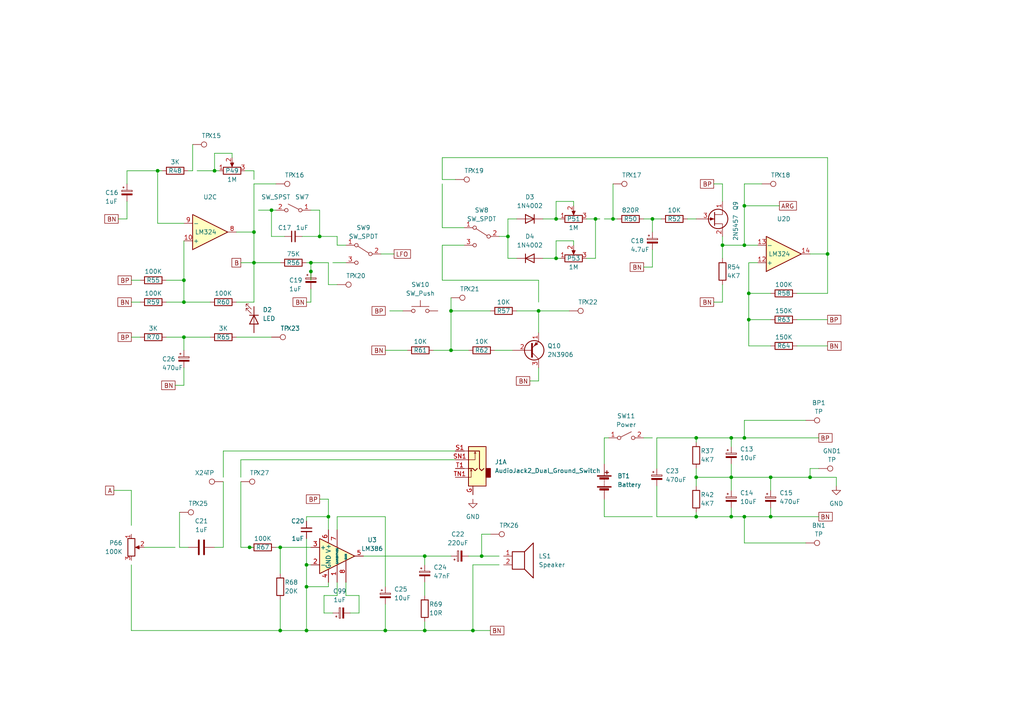
<source format=kicad_sch>
(kicad_sch (version 20211123) (generator eeschema)
  (paper "A4")
  (lib_symbols
    (symbol "Amplifier_Audio:LM386" (pin_names (offset 0.127))
      (property "Reference" "U" (at 1.27 7.62 0))
      (property "Value" "LM386" (at 1.27 5.08 0))
      (symbol "LM386_0_1"
        (polyline (pts (xy 5.08 0) (xy -5.08 5.08) (xy -5.08 -5.08) (xy 5.08 0)) (stroke (width 0.254)) (fill (type background)))
      )
      (symbol "LM386_1_1"
        (pin input line (at 0 -7.62 90) (length 5.08) (name "GAIN") (number "1"))
        (pin input line (at -7.62 -2.54 0) (length 2.54) (name "-") (number "2"))
        (pin input line (at -7.62 2.54 0) (length 2.54) (name "+") (number "3"))
        (pin power_in line (at -2.54 -7.62 90) (length 3.81) (name "GND") (number "4"))
        (pin output line (at 7.62 0 180) (length 2.54) (name "~") (number "5"))
        (pin power_in line (at -2.54 7.62 270) (length 3.81) (name "V+") (number "6"))
        (pin input line (at 0 7.62 270) (length 5.08) (name "BYPASS") (number "7"))
        (pin input line (at 2.54 -7.62 90) (length 6.35) (name "GAIN") (number "8"))
      )
    )
    (symbol "Amplifier_Operational:LM324" (pin_names (offset 0.127))
      (property "Reference" "U" (at 0 5.08 0))
      (property "Value" "LM324" (at 0 -5.08 0))
      (symbol "LM324_1_1"
        (polyline (pts (xy -5.08 5.08) (xy 5.08 0) (xy -5.08 -5.08) (xy -5.08 5.08)) (stroke (width 0.254)) (fill (type background)))
        (pin output line (at 7.62 0 180) (length 2.54) (name "~") (number "1"))
        (pin input line (at -7.62 -2.54 0) (length 2.54) (name "-") (number "2"))
        (pin input line (at -7.62 2.54 0) (length 2.54) (name "+") (number "3"))
      )
      (symbol "LM324_2_1"
        (polyline (pts (xy -5.08 5.08) (xy 5.08 0) (xy -5.08 -5.08) (xy -5.08 5.08)) (stroke (width 0.254)) (fill (type background)))
        (pin input line (at -7.62 2.54 0) (length 2.54) (name "+") (number "5"))
        (pin input line (at -7.62 -2.54 0) (length 2.54) (name "-") (number "6"))
        (pin output line (at 7.62 0 180) (length 2.54) (name "~") (number "7"))
      )
      (symbol "LM324_3_1"
        (polyline (pts (xy -5.08 5.08) (xy 5.08 0) (xy -5.08 -5.08) (xy -5.08 5.08)) (stroke (width 0.254)) (fill (type background)))
        (pin input line (at -7.62 2.54 0) (length 2.54) (name "+") (number "10"))
        (pin output line (at 7.62 0 180) (length 2.54) (name "~") (number "8"))
        (pin input line (at -7.62 -2.54 0) (length 2.54) (name "-") (number "9"))
      )
      (symbol "LM324_4_1"
        (polyline (pts (xy -5.08 5.08) (xy 5.08 0) (xy -5.08 -5.08) (xy -5.08 5.08)) (stroke (width 0.254)) (fill (type background)))
        (pin input line (at -7.62 2.54 0) (length 2.54) (name "+") (number "12"))
        (pin input line (at -7.62 -2.54 0) (length 2.54) (name "-") (number "13"))
        (pin output line (at 7.62 0 180) (length 2.54) (name "~") (number "14"))
      )
      (symbol "LM324_5_1"
        (pin power_in line (at -2.54 -7.62 90) (length 3.81) (name "V-") (number "11"))
        (pin power_in line (at -2.54 7.62 270) (length 3.81) (name "V+") (number "4"))
      )
    )
    (symbol "Connector:AudioJack2_Dual_Ground_Switch"
      (property "Reference" "J" (at 0 11.43 0))
      (property "Value" "AudioJack2_Dual_Ground_Switch" (at 0 8.89 0))
      (symbol "AudioJack2_Dual_Ground_Switch_0_1"
        (rectangle (start -5.08 0) (end -3.81 -2.54) (stroke (width 0.254)) (fill (type outline)))
        (polyline (pts (xy -0.635 4.826) (xy -0.381 4.318)))
        (polyline (pts (xy 0.508 -0.254) (xy 0.762 -0.762)))
        (polyline (pts (xy 1.27 -2.54) (xy 2.54 -2.54)))
        (polyline (pts (xy 1.27 2.54) (xy 2.54 2.54)))
        (polyline (pts (xy 2.54 0) (xy 1.27 0)))
        (polyline (pts (xy 2.54 5.08) (xy 1.27 5.08)))
        (polyline (pts (xy -1.27 0) (xy -0.635 -0.635) (xy 0 0) (xy 1.27 0)) (stroke (width 0.254)))
        (polyline (pts (xy 1.27 -2.54) (xy 0.508 -2.54) (xy 0.508 -0.254) (xy 0.254 -0.762)))
        (polyline (pts (xy 1.27 2.54) (xy -0.635 2.54) (xy -0.635 4.826) (xy -0.889 4.318)))
        (polyline (pts (xy 1.27 5.08) (xy -1.905 5.08) (xy -1.905 0) (xy -2.54 -0.635) (xy -3.175 0)) (stroke (width 0.254)))
        (rectangle (start 1.27 6.35) (end -3.81 -5.08) (stroke (width 0.254)) (fill (type background)))
      )
      (symbol "AudioJack2_Dual_Ground_Switch_1_1"
        (pin passive line (at 0 -7.62 90) (length 2.54) (name "~") (number "G"))
        (pin passive line (at 5.08 5.08 180) (length 2.54) (name "~") (number "S1"))
        (pin passive line (at 5.08 2.54 180) (length 2.54) (name "~") (number "SN1"))
        (pin passive line (at 5.08 0 180) (length 2.54) (name "~") (number "T1"))
        (pin passive line (at 5.08 -2.54 180) (length 2.54) (name "~") (number "TN1"))
      )
      (symbol "AudioJack2_Dual_Ground_Switch_2_1"
        (pin passive line (at 5.08 5.08 180) (length 2.54) (name "~") (number "S2"))
        (pin passive line (at 5.08 2.54 180) (length 2.54) (name "~") (number "SN2"))
        (pin passive line (at 5.08 0 180) (length 2.54) (name "~") (number "T2"))
        (pin passive line (at 5.08 -2.54 180) (length 2.54) (name "~") (number "TN2"))
      )
    )
    (symbol "Connector:TestPoint" (pin_numbers hide) (pin_names (offset 0.762) hide)
      (property "Reference" "TP" (at 0 6.858 0))
      (property "Value" "TestPoint" (at 0 5.08 0))
      (symbol "TestPoint_0_1"
        (circle (center 0 3.302) (radius 0.762))
      )
      (symbol "TestPoint_1_1"
        (pin passive line (at 0 0 90) (length 2.54) (name "1") (number "1"))
      )
    )
    (symbol "Device:Battery" (pin_numbers hide) (pin_names (offset 0) hide)
      (property "Reference" "BT" (at 2.54 2.54 0))
      (property "Value" "Battery" (at 2.54 0 0))
      (symbol "Battery_0_1"
        (rectangle (start -2.032 -1.397) (end 2.032 -1.651) (fill (type outline)))
        (rectangle (start -2.032 1.778) (end 2.032 1.524) (fill (type outline)))
        (rectangle (start -1.3208 -1.9812) (end 1.27 -2.4892) (fill (type outline)))
        (rectangle (start -1.3208 1.1938) (end 1.27 0.6858) (fill (type outline)))
        (polyline (pts (xy 0 -1.524) (xy 0 -1.27)))
        (polyline (pts (xy 0 -1.016) (xy 0 -0.762)))
        (polyline (pts (xy 0 -0.508) (xy 0 -0.254)))
        (polyline (pts (xy 0 0) (xy 0 0.254)))
        (polyline (pts (xy 0 0.508) (xy 0 0.762)))
        (polyline (pts (xy 0 1.778) (xy 0 2.54)))
        (polyline (pts (xy 0.254 2.667) (xy 1.27 2.667)) (stroke (width 0.254)))
        (polyline (pts (xy 0.762 3.175) (xy 0.762 2.159)) (stroke (width 0.254)))
      )
      (symbol "Battery_1_1"
        (pin passive line (at 0 5.08 270) (length 2.54) (name "+") (number "1"))
        (pin passive line (at 0 -5.08 90) (length 2.54) (name "-") (number "2"))
      )
    )
    (symbol "Device:C" (pin_numbers hide) (pin_names (offset 0.254))
      (property "Reference" "C" (at 0.635 2.54 0))
      (property "Value" "C" (at 0.635 -2.54 0))
      (symbol "C_0_1"
        (polyline (pts (xy -2.032 -0.762) (xy 2.032 -0.762)) (stroke (width 0.508)))
        (polyline (pts (xy -2.032 0.762) (xy 2.032 0.762)) (stroke (width 0.508)))
      )
      (symbol "C_1_1"
        (pin passive line (at 0 3.81 270) (length 2.794) (name "~") (number "1"))
        (pin passive line (at 0 -3.81 90) (length 2.794) (name "~") (number "2"))
      )
    )
    (symbol "Device:C_Polarized_Small" (pin_numbers hide) (pin_names (offset 0.254) hide)
      (property "Reference" "C" (at 0.254 1.778 0))
      (property "Value" "C_Polarized_Small" (at 0.254 -2.032 0))
      (symbol "C_Polarized_Small_0_1"
        (rectangle (start -1.524 -0.3048) (end 1.524 -0.6858) (fill (type outline)))
        (rectangle (start -1.524 0.6858) (end 1.524 0.3048))
        (polyline (pts (xy -1.27 1.524) (xy -0.762 1.524)))
        (polyline (pts (xy -1.016 1.27) (xy -1.016 1.778)))
      )
      (symbol "C_Polarized_Small_1_1"
        (pin passive line (at 0 2.54 270) (length 1.8542) (name "~") (number "1"))
        (pin passive line (at 0 -2.54 90) (length 1.8542) (name "~") (number "2"))
      )
    )
    (symbol "Device:C_Small" (pin_numbers hide) (pin_names (offset 0.254) hide)
      (property "Reference" "C" (at 0.254 1.778 0))
      (property "Value" "C_Small" (at 0.254 -2.032 0))
      (symbol "C_Small_0_1"
        (polyline (pts (xy -1.524 -0.508) (xy 1.524 -0.508)) (stroke (width 0.3302)))
        (polyline (pts (xy -1.524 0.508) (xy 1.524 0.508)) (stroke (width 0.3048)))
      )
      (symbol "C_Small_1_1"
        (pin passive line (at 0 2.54 270) (length 2.032) (name "~") (number "1"))
        (pin passive line (at 0 -2.54 90) (length 2.032) (name "~") (number "2"))
      )
    )
    (symbol "Device:LED" (pin_numbers hide) (pin_names (offset 1.016) hide)
      (property "Reference" "D" (at 0 2.54 0))
      (property "Value" "LED" (at 0 -2.54 0))
      (symbol "LED_0_1"
        (polyline (pts (xy -1.27 -1.27) (xy -1.27 1.27)) (stroke (width 0.254)))
        (polyline (pts (xy -1.27 0) (xy 1.27 0)))
        (polyline (pts (xy 1.27 -1.27) (xy 1.27 1.27) (xy -1.27 0) (xy 1.27 -1.27)) (stroke (width 0.254)))
        (polyline (pts (xy -3.048 -0.762) (xy -4.572 -2.286) (xy -3.81 -2.286) (xy -4.572 -2.286) (xy -4.572 -1.524)))
        (polyline (pts (xy -1.778 -0.762) (xy -3.302 -2.286) (xy -2.54 -2.286) (xy -3.302 -2.286) (xy -3.302 -1.524)))
      )
      (symbol "LED_1_1"
        (pin passive line (at -3.81 0 0) (length 2.54) (name "K") (number "1"))
        (pin passive line (at 3.81 0 180) (length 2.54) (name "A") (number "2"))
      )
    )
    (symbol "Device:Q_NJFET_SDG" (pin_names (offset 0) hide)
      (property "Reference" "Q" (at 5.08 1.27 0))
      (property "Value" "Q_NJFET_SDG" (at 5.08 -1.27 0))
      (symbol "Q_NJFET_SDG_0_1"
        (polyline (pts (xy 0.254 1.905) (xy 0.254 -1.905) (xy 0.254 -1.905)) (stroke (width 0.254)))
        (polyline (pts (xy 2.54 -2.54) (xy 2.54 -1.27) (xy 0.254 -1.27)))
        (polyline (pts (xy 2.54 2.54) (xy 2.54 1.397) (xy 0.254 1.397)))
        (polyline (pts (xy 0 0) (xy -1.016 0.381) (xy -1.016 -0.381) (xy 0 0)) (fill (type outline)))
        (circle (center 1.27 0) (radius 2.8194) (stroke (width 0.254)))
      )
      (symbol "Q_NJFET_SDG_1_1"
        (pin passive line (at 2.54 -5.08 90) (length 2.54) (name "S") (number "1"))
        (pin passive line (at 2.54 5.08 270) (length 2.54) (name "D") (number "2"))
        (pin input line (at -5.08 0 0) (length 5.334) (name "G") (number "3"))
      )
    )
    (symbol "Device:R" (pin_numbers hide) (pin_names (offset 0))
      (property "Reference" "R" (at 2.032 0 90))
      (property "Value" "R" (at 0 0 90))
      (symbol "R_0_1"
        (rectangle (start -1.016 -2.54) (end 1.016 2.54) (stroke (width 0.254)))
      )
      (symbol "R_1_1"
        (pin passive line (at 0 3.81 270) (length 1.27) (name "~") (number "1"))
        (pin passive line (at 0 -3.81 90) (length 1.27) (name "~") (number "2"))
      )
    )
    (symbol "Device:R_Potentiometer" (pin_names (offset 1.016) hide)
      (property "Reference" "RV" (at -4.445 0 90))
      (property "Value" "R_Potentiometer" (at -2.54 0 90))
      (symbol "R_Potentiometer_0_1"
        (polyline (pts (xy 2.54 0) (xy 1.524 0)))
        (polyline (pts (xy 1.143 0) (xy 2.286 0.508) (xy 2.286 -0.508) (xy 1.143 0)) (fill (type outline)))
        (rectangle (start 1.016 2.54) (end -1.016 -2.54) (stroke (width 0.254)))
      )
      (symbol "R_Potentiometer_1_1"
        (pin passive line (at 0 3.81 270) (length 1.27) (name "1") (number "1"))
        (pin passive line (at 3.81 0 180) (length 1.27) (name "2") (number "2"))
        (pin passive line (at 0 -3.81 90) (length 1.27) (name "3") (number "3"))
      )
    )
    (symbol "Device:Speaker" (pin_names (offset 0) hide)
      (property "Reference" "LS" (at 1.27 5.715 0))
      (property "Value" "Speaker" (at 1.27 3.81 0))
      (symbol "Speaker_0_0"
        (rectangle (start -2.54 1.27) (end 1.016 -3.81) (stroke (width 0.254)))
        (polyline (pts (xy 1.016 1.27) (xy 3.556 3.81) (xy 3.556 -6.35) (xy 1.016 -3.81)) (stroke (width 0.254)))
      )
      (symbol "Speaker_1_1"
        (pin input line (at -5.08 0 0) (length 2.54) (name "1") (number "1"))
        (pin input line (at -5.08 -2.54 0) (length 2.54) (name "2") (number "2"))
      )
    )
    (symbol "Diode:1N4002" (pin_numbers hide) (pin_names (offset 1.016) hide)
      (property "Reference" "D" (at 0 2.54 0))
      (property "Value" "1N4002" (at 0 -2.54 0))
      (symbol "1N4002_0_1"
        (polyline (pts (xy -1.27 1.27) (xy -1.27 -1.27)) (stroke (width 0.254)))
        (polyline (pts (xy 1.27 0) (xy -1.27 0)))
        (polyline (pts (xy 1.27 1.27) (xy 1.27 -1.27) (xy -1.27 0) (xy 1.27 1.27)) (stroke (width 0.254)))
      )
      (symbol "1N4002_1_1"
        (pin passive line (at -3.81 0 0) (length 2.54) (name "K") (number "1"))
        (pin passive line (at 3.81 0 180) (length 2.54) (name "A") (number "2"))
      )
    )
    (symbol "Switch:SW_Push" (pin_numbers hide) (pin_names (offset 1.016) hide)
      (property "Reference" "SW" (at 1.27 2.54 0))
      (property "Value" "SW_Push" (at 0 -1.524 0))
      (symbol "SW_Push_0_1"
        (circle (center -2.032 0) (radius 0.508))
        (polyline (pts (xy 0 1.27) (xy 0 3.048)))
        (polyline (pts (xy 2.54 1.27) (xy -2.54 1.27)))
        (circle (center 2.032 0) (radius 0.508))
        (pin passive line (at -5.08 0 0) (length 2.54) (name "1") (number "1"))
        (pin passive line (at 5.08 0 180) (length 2.54) (name "2") (number "2"))
      )
    )
    (symbol "Switch:SW_SPDT" (pin_names (offset 0) hide)
      (property "Reference" "SW" (at 0 4.318 0))
      (property "Value" "SW_SPDT" (at 0 -5.08 0))
      (symbol "SW_SPDT_0_0"
        (circle (center -2.032 0) (radius 0.508))
        (circle (center 2.032 -2.54) (radius 0.508))
      )
      (symbol "SW_SPDT_0_1"
        (polyline (pts (xy -1.524 0.254) (xy 1.651 2.286)))
        (circle (center 2.032 2.54) (radius 0.508))
      )
      (symbol "SW_SPDT_1_1"
        (pin passive line (at 5.08 2.54 180) (length 2.54) (name "A") (number "1"))
        (pin passive line (at -5.08 0 0) (length 2.54) (name "B") (number "2"))
        (pin passive line (at 5.08 -2.54 180) (length 2.54) (name "C") (number "3"))
      )
    )
    (symbol "Switch:SW_SPST" (pin_names (offset 0) hide)
      (property "Reference" "SW" (at 0 3.175 0))
      (property "Value" "SW_SPST" (at 0 -2.54 0))
      (symbol "SW_SPST_0_0"
        (circle (center -2.032 0) (radius 0.508))
        (polyline (pts (xy -1.524 0.254) (xy 1.524 1.778)))
        (circle (center 2.032 0) (radius 0.508))
      )
      (symbol "SW_SPST_1_1"
        (pin passive line (at -5.08 0 0) (length 2.54) (name "A") (number "1"))
        (pin passive line (at 5.08 0 180) (length 2.54) (name "B") (number "2"))
      )
    )
    (symbol "Transistor_BJT:2N3906" (pin_names (offset 0) hide)
      (property "Reference" "Q" (at 5.08 1.905 0))
      (property "Value" "2N3906" (at 5.08 0 0))
      (symbol "2N3906_0_1"
        (polyline (pts (xy 0.635 0.635) (xy 2.54 2.54)))
        (polyline (pts (xy 0.635 -0.635) (xy 2.54 -2.54) (xy 2.54 -2.54)))
        (polyline (pts (xy 0.635 1.905) (xy 0.635 -1.905) (xy 0.635 -1.905)) (stroke (width 0.508)))
        (polyline (pts (xy 2.286 -1.778) (xy 1.778 -2.286) (xy 1.27 -1.27) (xy 2.286 -1.778) (xy 2.286 -1.778)) (fill (type outline)))
        (circle (center 1.27 0) (radius 2.8194) (stroke (width 0.254)))
      )
      (symbol "2N3906_1_1"
        (pin passive line (at 2.54 -5.08 90) (length 2.54) (name "E") (number "1"))
        (pin input line (at -5.08 0 0) (length 5.715) (name "B") (number "2"))
        (pin passive line (at 2.54 5.08 270) (length 2.54) (name "C") (number "3"))
      )
    )
    (symbol "power:GND" (power) (pin_names (offset 0))
      (property "Value" "GND" (at 0 -3.81 0))
      (symbol "GND_0_1"
        (polyline (pts (xy 0 0) (xy 0 -1.27) (xy 1.27 -1.27) (xy 0 -2.54) (xy -1.27 -1.27) (xy 0 -1.27)))
      )
      (symbol "GND_1_1"
        (pin power_in line (at 0 0 270) (length 0) hide (name "GND") (number "1"))
      )
    )
  )
  (junction (at 215.9 149.86))
  (junction (at 90.17 78.74))
  (junction (at 215.9 71.12))
  (junction (at 53.34 81.28))
  (junction (at 88.9 170.18))
  (junction (at 215.9 59.69))
  (junction (at 73.66 67.31))
  (junction (at 177.8 63.5))
  (junction (at 137.16 182.88))
  (junction (at 212.09 149.86))
  (junction (at 147.32 68.58))
  (junction (at 217.17 85.09))
  (junction (at 88.9 163.83))
  (junction (at 95.25 149.86))
  (junction (at 130.81 90.17))
  (junction (at 201.93 127))
  (junction (at 130.81 101.6))
  (junction (at 53.34 97.79))
  (junction (at 78.74 60.96))
  (junction (at 189.23 63.5))
  (junction (at 72.39 158.75))
  (junction (at 92.71 68.58))
  (junction (at 209.55 71.12))
  (junction (at 73.66 76.2))
  (junction (at 217.17 92.71))
  (junction (at 212.09 127))
  (junction (at 62.23 49.53))
  (junction (at 223.52 138.43))
  (junction (at 212.09 138.43))
  (junction (at 123.19 161.29))
  (junction (at 111.76 182.88))
  (junction (at 240.03 73.66))
  (junction (at 123.19 182.88))
  (junction (at 81.28 158.75))
  (junction (at 88.9 182.88))
  (junction (at 45.72 49.53))
  (junction (at 223.52 149.86))
  (junction (at 53.34 87.63))
  (junction (at 172.72 63.5))
  (junction (at 234.95 138.43))
  (junction (at 161.29 63.5))
  (junction (at 81.28 182.88))
  (junction (at 215.9 127))
  (junction (at 156.21 90.17))
  (junction (at 139.7 161.29))
  (junction (at 161.29 74.93))
  (junction (at 201.93 149.86))
  (junction (at 201.93 138.43))
  (junction (at 90.17 76.2))
  (wire (pts (xy 96.52 76.2) (xy 100.33 76.2)))
  (wire (pts (xy 74.93 60.96) (xy 78.74 60.96)))
  (wire (pts (xy 156.21 90.17) (xy 156.21 96.52)))
  (wire (pts (xy 88.9 163.83) (xy 88.9 170.18)))
  (wire (pts (xy 73.66 49.53) (xy 71.12 49.53)))
  (wire (pts (xy 104.14 172.72) (xy 104.14 177.8)))
  (wire (pts (xy 55.88 41.91) (xy 55.88 49.53)))
  (wire (pts (xy 53.34 87.63) (xy 60.96 87.63)))
  (wire (pts (xy 73.66 53.34) (xy 73.66 67.31)))
  (wire (pts (xy 177.8 53.34) (xy 177.8 63.5)))
  (wire (pts (xy 161.29 63.5) (xy 162.56 63.5)))
  (wire (pts (xy 88.9 182.88) (xy 81.28 182.88)))
  (wire (pts (xy 161.29 58.42) (xy 161.29 63.5)))
  (wire (pts (xy 175.26 149.86) (xy 189.23 149.86)))
  (wire (pts (xy 130.81 86.36) (xy 130.81 90.17)))
  (wire (pts (xy 95.25 149.86) (xy 88.9 149.86)))
  (wire (pts (xy 100.33 71.12) (xy 97.79 71.12)))
  (wire (pts (xy 38.1 163.83) (xy 38.1 182.88)))
  (wire (pts (xy 143.51 101.6) (xy 148.59 101.6)))
  (wire (pts (xy 123.19 168.91) (xy 123.19 172.72)))
  (wire (pts (xy 201.93 138.43) (xy 201.93 140.97)))
  (wire (pts (xy 53.34 64.77) (xy 45.72 64.77)))
  (wire (pts (xy 223.52 149.86) (xy 237.49 149.86)))
  (wire (pts (xy 128.27 45.72) (xy 128.27 52.07)))
  (wire (pts (xy 161.29 74.93) (xy 162.56 74.93)))
  (wire (pts (xy 97.79 82.55) (xy 95.25 82.55)))
  (wire (pts (xy 53.34 81.28) (xy 53.34 69.85)))
  (wire (pts (xy 217.17 85.09) (xy 217.17 92.71)))
  (wire (pts (xy 90.17 60.96) (xy 92.71 60.96)))
  (wire (pts (xy 157.48 74.93) (xy 161.29 74.93)))
  (wire (pts (xy 209.55 68.58) (xy 209.55 71.12)))
  (wire (pts (xy 95.25 144.78) (xy 95.25 149.86)))
  (wire (pts (xy 38.1 97.79) (xy 40.64 97.79)))
  (wire (pts (xy 100.33 168.91) (xy 100.33 172.72)))
  (wire (pts (xy 217.17 92.71) (xy 217.17 100.33)))
  (wire (pts (xy 201.93 149.86) (xy 190.5 149.86)))
  (wire (pts (xy 212.09 149.86) (xy 215.9 149.86)))
  (wire (pts (xy 223.52 142.24) (xy 223.52 138.43)))
  (wire (pts (xy 128.27 52.07) (xy 132.08 52.07)))
  (wire (pts (xy 90.17 81.28) (xy 90.17 78.74)))
  (wire (pts (xy 209.55 71.12) (xy 209.55 74.93)))
  (wire (pts (xy 48.26 81.28) (xy 53.34 81.28)))
  (wire (pts (xy 113.03 90.17) (xy 116.84 90.17)))
  (wire (pts (xy 38.1 87.63) (xy 40.64 87.63)))
  (wire (pts (xy 62.23 44.45) (xy 62.23 49.53)))
  (wire (pts (xy 172.72 63.5) (xy 173.99 63.5)))
  (wire (pts (xy 97.79 149.86) (xy 111.76 149.86)))
  (wire (pts (xy 175.26 127) (xy 176.53 127)))
  (wire (pts (xy 190.5 140.97) (xy 190.5 149.86)))
  (wire (pts (xy 68.58 87.63) (xy 73.66 87.63)))
  (wire (pts (xy 242.57 138.43) (xy 242.57 140.97)))
  (wire (pts (xy 190.5 127) (xy 190.5 135.89)))
  (wire (pts (xy 147.32 74.93) (xy 149.86 74.93)))
  (wire (pts (xy 81.28 158.75) (xy 81.28 166.37)))
  (wire (pts (xy 135.89 161.29) (xy 139.7 161.29)))
  (wire (pts (xy 149.86 63.5) (xy 147.32 63.5)))
  (wire (pts (xy 88.9 87.63) (xy 90.17 87.63)))
  (wire (pts (xy 217.17 76.2) (xy 217.17 85.09)))
  (wire (pts (xy 78.74 60.96) (xy 80.01 60.96)))
  (wire (pts (xy 54.61 49.53) (xy 55.88 49.53)))
  (wire (pts (xy 111.76 101.6) (xy 118.11 101.6)))
  (wire (pts (xy 123.19 161.29) (xy 123.19 163.83)))
  (wire (pts (xy 177.8 63.5) (xy 179.07 63.5)))
  (wire (pts (xy 215.9 149.86) (xy 223.52 149.86)))
  (wire (pts (xy 53.34 97.79) (xy 60.96 97.79)))
  (wire (pts (xy 62.23 158.75) (xy 64.77 158.75)))
  (wire (pts (xy 92.71 144.78) (xy 95.25 144.78)))
  (wire (pts (xy 67.31 45.72) (xy 67.31 44.45)))
  (wire (pts (xy 209.55 82.55) (xy 209.55 87.63)))
  (wire (pts (xy 97.79 172.72) (xy 93.98 172.72)))
  (wire (pts (xy 128.27 71.12) (xy 134.62 71.12)))
  (wire (pts (xy 33.02 142.24) (xy 38.1 142.24)))
  (wire (pts (xy 90.17 83.82) (xy 90.17 87.63)))
  (wire (pts (xy 201.93 148.59) (xy 201.93 149.86)))
  (wire (pts (xy 57.15 49.53) (xy 62.23 49.53)))
  (wire (pts (xy 186.69 63.5) (xy 189.23 63.5)))
  (wire (pts (xy 137.16 163.83) (xy 137.16 182.88)))
  (wire (pts (xy 231.14 100.33) (xy 240.03 100.33)))
  (wire (pts (xy 212.09 127) (xy 215.9 127)))
  (wire (pts (xy 78.74 68.58) (xy 78.74 60.96)))
  (wire (pts (xy 189.23 63.5) (xy 191.77 63.5)))
  (wire (pts (xy 123.19 161.29) (xy 130.81 161.29)))
  (wire (pts (xy 52.07 158.75) (xy 54.61 158.75)))
  (wire (pts (xy 95.25 170.18) (xy 95.25 168.91)))
  (wire (pts (xy 90.17 76.2) (xy 90.17 78.74)))
  (wire (pts (xy 64.77 130.81) (xy 64.77 138.43)))
  (wire (pts (xy 212.09 138.43) (xy 212.09 142.24)))
  (wire (pts (xy 240.03 45.72) (xy 128.27 45.72)))
  (wire (pts (xy 201.93 127) (xy 201.93 128.27)))
  (wire (pts (xy 147.32 63.5) (xy 147.32 68.58)))
  (wire (pts (xy 36.83 53.34) (xy 36.83 49.53)))
  (wire (pts (xy 100.33 172.72) (xy 104.14 172.72)))
  (wire (pts (xy 231.14 85.09) (xy 240.03 85.09)))
  (wire (pts (xy 189.23 67.31) (xy 189.23 63.5)))
  (wire (pts (xy 189.23 72.39) (xy 189.23 77.47)))
  (wire (pts (xy 48.26 97.79) (xy 53.34 97.79)))
  (wire (pts (xy 90.17 163.83) (xy 88.9 163.83)))
  (wire (pts (xy 88.9 170.18) (xy 88.9 182.88)))
  (wire (pts (xy 97.79 71.12) (xy 97.79 68.58)))
  (wire (pts (xy 147.32 68.58) (xy 147.32 74.93)))
  (wire (pts (xy 166.37 59.69) (xy 166.37 58.42)))
  (wire (pts (xy 207.01 87.63) (xy 209.55 87.63)))
  (wire (pts (xy 233.68 121.92) (xy 215.9 121.92)))
  (wire (pts (xy 201.93 127) (xy 212.09 127)))
  (wire (pts (xy 97.79 153.67) (xy 97.79 149.86)))
  (wire (pts (xy 52.07 148.59) (xy 52.07 158.75)))
  (wire (pts (xy 175.26 63.5) (xy 177.8 63.5)))
  (wire (pts (xy 111.76 149.86) (xy 111.76 170.18)))
  (wire (pts (xy 217.17 92.71) (xy 223.52 92.71)))
  (wire (pts (xy 175.26 149.86) (xy 175.26 144.78)))
  (wire (pts (xy 88.9 170.18) (xy 95.25 170.18)))
  (wire (pts (xy 97.79 68.58) (xy 92.71 68.58)))
  (wire (pts (xy 172.72 63.5) (xy 170.18 63.5)))
  (wire (pts (xy 209.55 53.34) (xy 209.55 58.42)))
  (wire (pts (xy 212.09 127) (xy 212.09 129.54)))
  (wire (pts (xy 139.7 154.94) (xy 142.24 154.94)))
  (wire (pts (xy 215.9 71.12) (xy 219.71 71.12)))
  (wire (pts (xy 207.01 53.34) (xy 209.55 53.34)))
  (wire (pts (xy 166.37 71.12) (xy 166.37 69.85)))
  (wire (pts (xy 38.1 142.24) (xy 38.1 152.4)))
  (wire (pts (xy 128.27 53.34) (xy 128.27 66.04)))
  (wire (pts (xy 68.58 97.79) (xy 78.74 97.79)))
  (wire (pts (xy 201.93 135.89) (xy 201.93 138.43)))
  (wire (pts (xy 215.9 157.48) (xy 215.9 149.86)))
  (wire (pts (xy 215.9 59.69) (xy 226.06 59.69)))
  (wire (pts (xy 137.16 182.88) (xy 123.19 182.88)))
  (wire (pts (xy 175.26 134.62) (xy 175.26 127)))
  (wire (pts (xy 212.09 134.62) (xy 212.09 138.43)))
  (wire (pts (xy 190.5 127) (xy 201.93 127)))
  (wire (pts (xy 128.27 66.04) (xy 134.62 66.04)))
  (wire (pts (xy 156.21 81.28) (xy 128.27 81.28)))
  (wire (pts (xy 156.21 81.28) (xy 156.21 87.63)))
  (wire (pts (xy 142.24 90.17) (xy 130.81 90.17)))
  (wire (pts (xy 88.9 156.21) (xy 88.9 163.83)))
  (wire (pts (xy 62.23 49.53) (xy 63.5 49.53)))
  (wire (pts (xy 123.19 182.88) (xy 111.76 182.88)))
  (wire (pts (xy 53.34 101.6) (xy 53.34 97.79)))
  (wire (pts (xy 53.34 106.68) (xy 53.34 111.76)))
  (wire (pts (xy 97.79 168.91) (xy 97.79 172.72)))
  (wire (pts (xy 234.95 135.89) (xy 234.95 138.43)))
  (wire (pts (xy 215.9 59.69) (xy 215.9 71.12)))
  (wire (pts (xy 240.03 85.09) (xy 240.03 73.66)))
  (wire (pts (xy 45.72 49.53) (xy 46.99 49.53)))
  (wire (pts (xy 69.85 158.75) (xy 72.39 158.75)))
  (wire (pts (xy 137.16 182.88) (xy 142.24 182.88)))
  (wire (pts (xy 34.29 63.5) (xy 36.83 63.5)))
  (wire (pts (xy 48.26 87.63) (xy 53.34 87.63)))
  (wire (pts (xy 41.91 158.75) (xy 50.8 158.75)))
  (wire (pts (xy 130.81 101.6) (xy 135.89 101.6)))
  (wire (pts (xy 170.18 74.93) (xy 172.72 74.93)))
  (wire (pts (xy 215.9 53.34) (xy 215.9 59.69)))
  (wire (pts (xy 101.6 177.8) (xy 104.14 177.8)))
  (wire (pts (xy 69.85 139.7) (xy 69.85 158.75)))
  (wire (pts (xy 80.01 158.75) (xy 81.28 158.75)))
  (wire (pts (xy 36.83 49.53) (xy 45.72 49.53)))
  (wire (pts (xy 231.14 92.71) (xy 240.03 92.71)))
  (wire (pts (xy 73.66 76.2) (xy 81.28 76.2)))
  (wire (pts (xy 166.37 58.42) (xy 161.29 58.42)))
  (wire (pts (xy 73.66 67.31) (xy 73.66 76.2)))
  (wire (pts (xy 88.9 149.86) (xy 88.9 151.13)))
  (wire (pts (xy 161.29 69.85) (xy 161.29 74.93)))
  (wire (pts (xy 72.39 158.75) (xy 73.66 158.75)))
  (wire (pts (xy 201.93 138.43) (xy 212.09 138.43)))
  (wire (pts (xy 137.16 163.83) (xy 144.78 163.83)))
  (wire (pts (xy 217.17 100.33) (xy 223.52 100.33)))
  (wire (pts (xy 130.81 90.17) (xy 130.81 101.6)))
  (wire (pts (xy 111.76 182.88) (xy 88.9 182.88)))
  (wire (pts (xy 93.98 172.72) (xy 93.98 177.8)))
  (wire (pts (xy 50.8 111.76) (xy 53.34 111.76)))
  (wire (pts (xy 73.66 53.34) (xy 80.01 53.34)))
  (wire (pts (xy 125.73 101.6) (xy 130.81 101.6)))
  (wire (pts (xy 215.9 127) (xy 237.49 127)))
  (wire (pts (xy 95.25 153.67) (xy 95.25 149.86)))
  (wire (pts (xy 53.34 87.63) (xy 53.34 81.28)))
  (wire (pts (xy 132.08 133.35) (xy 69.85 133.35)))
  (wire (pts (xy 95.25 82.55) (xy 95.25 76.2)))
  (wire (pts (xy 81.28 182.88) (xy 38.1 182.88)))
  (wire (pts (xy 73.66 76.2) (xy 73.66 87.63)))
  (wire (pts (xy 172.72 74.93) (xy 172.72 63.5)))
  (wire (pts (xy 68.58 67.31) (xy 73.66 67.31)))
  (wire (pts (xy 95.25 76.2) (xy 90.17 76.2)))
  (wire (pts (xy 240.03 73.66) (xy 240.03 45.72)))
  (wire (pts (xy 156.21 106.68) (xy 156.21 110.49)))
  (wire (pts (xy 73.66 49.53) (xy 73.66 52.07)))
  (wire (pts (xy 153.67 110.49) (xy 156.21 110.49)))
  (wire (pts (xy 220.98 53.34) (xy 215.9 53.34)))
  (wire (pts (xy 209.55 71.12) (xy 215.9 71.12)))
  (wire (pts (xy 166.37 69.85) (xy 161.29 69.85)))
  (wire (pts (xy 132.08 130.81) (xy 64.77 130.81)))
  (wire (pts (xy 128.27 81.28) (xy 128.27 71.12)))
  (wire (pts (xy 199.39 63.5) (xy 201.93 63.5)))
  (wire (pts (xy 144.78 68.58) (xy 147.32 68.58)))
  (wire (pts (xy 67.31 44.45) (xy 62.23 44.45)))
  (wire (pts (xy 139.7 161.29) (xy 139.7 154.94)))
  (wire (pts (xy 223.52 147.32) (xy 223.52 149.86)))
  (wire (pts (xy 64.77 139.7) (xy 64.77 158.75)))
  (wire (pts (xy 219.71 76.2) (xy 217.17 76.2)))
  (wire (pts (xy 81.28 173.99) (xy 81.28 182.88)))
  (wire (pts (xy 186.69 127) (xy 189.23 127)))
  (wire (pts (xy 111.76 175.26) (xy 111.76 182.88)))
  (wire (pts (xy 234.95 138.43) (xy 242.57 138.43)))
  (wire (pts (xy 201.93 149.86) (xy 212.09 149.86)))
  (wire (pts (xy 217.17 85.09) (xy 223.52 85.09)))
  (wire (pts (xy 149.86 90.17) (xy 156.21 90.17)))
  (wire (pts (xy 93.98 177.8) (xy 96.52 177.8)))
  (wire (pts (xy 186.69 77.47) (xy 189.23 77.47)))
  (wire (pts (xy 38.1 81.28) (xy 40.64 81.28)))
  (wire (pts (xy 110.49 73.66) (xy 114.3 73.66)))
  (wire (pts (xy 234.95 73.66) (xy 240.03 73.66)))
  (wire (pts (xy 212.09 138.43) (xy 223.52 138.43)))
  (wire (pts (xy 69.85 76.2) (xy 73.66 76.2)))
  (wire (pts (xy 223.52 138.43) (xy 234.95 138.43)))
  (wire (pts (xy 105.41 161.29) (xy 123.19 161.29)))
  (wire (pts (xy 212.09 147.32) (xy 212.09 149.86)))
  (wire (pts (xy 92.71 60.96) (xy 92.71 68.58)))
  (wire (pts (xy 156.21 90.17) (xy 165.1 90.17)))
  (wire (pts (xy 87.63 68.58) (xy 92.71 68.58)))
  (wire (pts (xy 81.28 158.75) (xy 90.17 158.75)))
  (wire (pts (xy 82.55 68.58) (xy 78.74 68.58)))
  (wire (pts (xy 157.48 63.5) (xy 161.29 63.5)))
  (wire (pts (xy 233.68 157.48) (xy 215.9 157.48)))
  (wire (pts (xy 237.49 135.89) (xy 234.95 135.89)))
  (wire (pts (xy 139.7 161.29) (xy 144.78 161.29)))
  (wire (pts (xy 123.19 180.34) (xy 123.19 182.88)))
  (wire (pts (xy 36.83 58.42) (xy 36.83 63.5)))
  (wire (pts (xy 88.9 76.2) (xy 90.17 76.2)))
  (wire (pts (xy 215.9 121.92) (xy 215.9 127)))
  (wire (pts (xy 45.72 64.77) (xy 45.72 49.53)))
  (wire (pts (xy 69.85 133.35) (xy 69.85 138.43)))
  (global_label "BP" (shape passive) (at 240.03 92.71 0) (property "Referencias entre hojas" "${INTERSHEET_REFS}" (at 244.9831 92.6306 0) (effects (justify left))))
  (global_label "BN" (shape passive) (at 34.29 63.5 180) (property "Referencias entre hojas" "${INTERSHEET_REFS}" (at 29.2764 63.4206 0) (effects (justify right))))
  (global_label "BN" (shape passive) (at 186.69 77.47 180) (property "Referencias entre hojas" "${INTERSHEET_REFS}" (at 181.6764 77.3906 0) (effects (justify right))))
  (global_label "LFO" (shape passive) (at 114.3 73.66 0) (property "Referencias entre hojas" "${INTERSHEET_REFS}" (at 120.1602 73.5806 0) (effects (justify left))))
  (global_label "BN" (shape passive) (at 207.01 87.63 180) (property "Referencias entre hojas" "${INTERSHEET_REFS}" (at 201.9964 87.5506 0) (effects (justify right))))
  (global_label "BN" (shape passive) (at 50.8 111.76 180) (property "Referencias entre hojas" "${INTERSHEET_REFS}" (at 45.7864 111.6806 0) (effects (justify right))))
  (global_label "BP" (shape passive) (at 111.76 90.17 180) (property "Referencias entre hojas" "${INTERSHEET_REFS}" (at 106.8069 90.0906 0) (effects (justify right))))
  (global_label "BN" (shape passive) (at 142.24 182.88 0) (property "Referencias entre hojas" "${INTERSHEET_REFS}" (at 147.2536 182.8006 0) (effects (justify left))))
  (global_label "BP" (shape passive) (at 38.1 81.28 180) (property "Referencias entre hojas" "${INTERSHEET_REFS}" (at 33.1469 81.2006 0) (effects (justify right))))
  (global_label "BN" (shape passive) (at 153.67 110.49 180) (property "Referencias entre hojas" "${INTERSHEET_REFS}" (at 148.6564 110.4106 0) (effects (justify right))))
  (global_label "BP" (shape passive) (at 237.49 127 0) (property "Referencias entre hojas" "${INTERSHEET_REFS}" (at 242.4431 126.9206 0) (effects (justify left))))
  (global_label "ARG" (shape passive) (at 226.06 59.69 0) (property "Referencias entre hojas" "${INTERSHEET_REFS}" (at 232.1017 59.6106 0) (effects (justify left))))
  (global_label "BP" (shape passive) (at 207.01 53.34 180) (property "Referencias entre hojas" "${INTERSHEET_REFS}" (at 202.0569 53.2606 0) (effects (justify right))))
  (global_label "B" (shape passive) (at 69.85 76.2 180) (property "Referencias entre hojas" "${INTERSHEET_REFS}" (at 66.1669 76.1206 0) (effects (justify right))))
  (global_label "BN" (shape passive) (at 38.1 87.63 180) (property "Referencias entre hojas" "${INTERSHEET_REFS}" (at 33.0864 87.5506 0) (effects (justify right))))
  (global_label "BN" (shape passive) (at 88.9 87.63 180) (property "Referencias entre hojas" "${INTERSHEET_REFS}" (at 83.8864 87.5506 0) (effects (justify right))))
  (global_label "BN" (shape passive) (at 111.76 101.6 180) (property "Referencias entre hojas" "${INTERSHEET_REFS}" (at 106.7464 101.5206 0) (effects (justify right))))
  (global_label "BN" (shape passive) (at 237.49 149.86 0) (property "Referencias entre hojas" "${INTERSHEET_REFS}" (at 242.5036 149.7806 0) (effects (justify left))))
  (global_label "BP" (shape passive) (at 92.71 144.78 180) (property "Referencias entre hojas" "${INTERSHEET_REFS}" (at 87.7569 144.7006 0) (effects (justify right))))
  (global_label "A" (shape passive) (at 33.02 142.24 180) (property "Referencias entre hojas" "${INTERSHEET_REFS}" (at 29.5183 142.1606 0) (effects (justify right))))
  (global_label "BN" (shape passive) (at 240.03 100.33 0) (property "Referencias entre hojas" "${INTERSHEET_REFS}" (at 245.0436 100.2506 0) (effects (justify left))))
  (global_label "BP" (shape passive) (at 38.1 97.79 180) (property "Referencias entre hojas" "${INTERSHEET_REFS}" (at 33.1469 97.7106 0) (effects (justify right))))
  (symbol (lib_id "Device:C_Polarized_Small") (at 111.76 172.72 0) (unit 1)
    (property "Reference" "C25" (at 114.3 170.9038 0) (effects (justify left)))
    (property "Value" "10uF" (at 114.3 173.4438 0) (effects (justify left)))
    (property "Footprint" "Capacitor_THT:CP_Radial_D5.0mm_P2.50mm" (effects hide))
  )
  (symbol (lib_id "Connector:TestPoint") (at 69.85 139.7 270) (mirror x) (unit 1)
    (property "Reference" "X27" (at 76.2 137.16 90))
    (property "Value" "TP" (at 73.66 137.16 90))
    (property "Footprint" "TestPoint:TestPoint_THTPad_D2.0mm_Drill1.0mm" (effects hide))
  )
  (symbol (lib_id "Device:R") (at 227.33 100.33 90) (unit 1)
    (property "Reference" "R64" (at 227.33 100.33 90))
    (property "Value" "150K" (at 227.33 97.79 90))
    (property "Footprint" "Resistor_THT:R_Axial_DIN0207_L6.3mm_D2.5mm_P10.16mm_Horizontal" (effects hide))
  )
  (symbol (lib_id "Connector:TestPoint") (at 78.74 97.79 270) (mirror x) (unit 1)
    (property "Reference" "X23" (at 85.09 95.25 90))
    (property "Value" "TP" (at 82.55 95.25 90))
    (property "Footprint" "TestPoint:TestPoint_THTPad_D2.0mm_Drill1.0mm" (effects hide))
  )
  (symbol (lib_id "Connector:TestPoint") (at 233.68 121.92 270) (mirror x) (unit 1)
    (property "Reference" "BP1" (at 237.49 116.84 90))
    (property "Value" "TP" (at 237.49 119.38 90))
    (property "Footprint" "TestPoint:TestPoint_THTPad_D2.0mm_Drill1.0mm" (effects hide))
  )
  (symbol (lib_id "Amplifier_Operational:LM324") (at 60.96 67.31 0) (mirror x) (unit 3)
    (property "Reference" "U2" (at 60.96 57.15 0))
    (property "Value" "LM324" (at 59.69 67.31 0))
    (property "Footprint" "Package_DIP:DIP-14_W7.62mm" (effects hide))
    (property "Datasheet" "http://www.ti.com/lit/ds/symlink/lm2902-n.pdf" (effects hide))
  )
  (symbol (lib_id "Amplifier_Audio:LM386") (at 97.79 161.29 0) (unit 1)
    (property "Reference" "U3" (at 107.95 156.591 0))
    (property "Value" "LM386" (at 107.95 159.131 0))
    (property "Footprint" "Package_DIP:DIP-8_W7.62mm_Socket" (effects hide))
    (property "Datasheet" "http://www.ti.com/lit/ds/symlink/lm386.pdf" (effects hide))
  )
  (symbol (lib_id "Device:C_Polarized_Small") (at 99.06 177.8 90) (unit 1)
    (property "Reference" "C99" (at 98.5139 171.45 90))
    (property "Value" "1uF" (at 98.5139 173.99 90))
    (property "Footprint" "Capacitor_THT:CP_Radial_D5.0mm_P2.50mm" (effects hide))
  )
  (symbol (lib_id "Device:C_Polarized_Small") (at 53.34 104.14 0) (unit 1)
    (property "Reference" "C26" (at 46.99 104.14 0) (effects (justify left)))
    (property "Value" "470uF" (at 46.99 106.68 0) (effects (justify left)))
    (property "Footprint" "Capacitor_THT:CP_Radial_D10.0mm_P5.00mm" (effects hide))
  )
  (symbol (lib_id "Switch:SW_SPST") (at 181.61 127 0) (unit 1)
    (property "Reference" "SW11" (at 181.61 120.65 0))
    (property "Value" "Power" (at 181.61 123.19 0))
    (property "Footprint" "Button_Switch_THT:SW_Slide_1P2T_CK_OS102011MS2Q" (effects hide))
  )
  (symbol (lib_id "Device:R") (at 146.05 90.17 90) (unit 1)
    (property "Reference" "R57" (at 146.05 90.17 90))
    (property "Value" "10K" (at 146.05 87.63 90))
    (property "Footprint" "Resistor_THT:R_Axial_DIN0207_L6.3mm_D2.5mm_P10.16mm_Horizontal" (effects hide))
  )
  (symbol (lib_id "Transistor_BJT:2N3906") (at 153.67 101.6 0) (mirror x) (unit 1)
    (property "Reference" "Q10" (at 158.75 100.3299 0) (effects (justify left)))
    (property "Value" "2N3906" (at 158.75 102.8699 0) (effects (justify left)))
    (property "Footprint" "Package_TO_SOT_THT:TO-92_Inline" (effects hide))
    (property "Datasheet" "https://www.onsemi.com/pub/Collateral/2N3906-D.PDF" (effects hide))
  )
  (symbol (lib_id "Device:R_Potentiometer") (at 166.37 63.5 90) (unit 1)
    (property "Reference" "P51" (at 166.37 63.5 90))
    (property "Value" "1M" (at 166.37 66.04 90))
    (property "Footprint" "Potentiometer_THT:Potentiometer_Piher_PT-10-V05_Vertical" (effects hide))
  )
  (symbol (lib_id "Amplifier_Operational:LM324") (at 227.33 73.66 0) (mirror x) (unit 4)
    (property "Reference" "U2" (at 227.33 63.5 0))
    (property "Value" "LM324" (at 226.06 73.66 0))
    (property "Footprint" "Package_DIP:DIP-14_W7.62mm" (effects hide))
    (property "Datasheet" "http://www.ti.com/lit/ds/symlink/lm2902-n.pdf" (effects hide))
  )
  (symbol (lib_id "Device:R") (at 64.77 97.79 90) (unit 1)
    (property "Reference" "R65" (at 64.77 97.79 90))
    (property "Value" "3K" (at 64.77 95.25 90))
    (property "Footprint" "Resistor_THT:R_Axial_DIN0207_L6.3mm_D2.5mm_P10.16mm_Horizontal" (effects hide))
  )
  (symbol (lib_id "Device:R") (at 121.92 101.6 90) (unit 1)
    (property "Reference" "R61" (at 121.92 101.6 90))
    (property "Value" "10K" (at 121.92 99.06 90))
    (property "Footprint" "Resistor_THT:R_Axial_DIN0207_L6.3mm_D2.5mm_P10.16mm_Horizontal" (effects hide))
  )
  (symbol (lib_id "Device:R") (at 81.28 170.18 0) (unit 1)
    (property "Reference" "R68" (at 82.55 168.91 0) (effects (justify left)))
    (property "Value" "20K" (at 82.55 171.45 0) (effects (justify left)))
    (property "Footprint" "Resistor_THT:R_Axial_DIN0207_L6.3mm_D2.5mm_P10.16mm_Horizontal" (effects hide))
  )
  (symbol (lib_id "Connector:TestPoint") (at 130.81 86.36 270) (mirror x) (unit 1)
    (property "Reference" "X21" (at 137.16 83.82 90))
    (property "Value" "TP" (at 134.62 83.82 90))
    (property "Footprint" "TestPoint:TestPoint_THTPad_D2.0mm_Drill1.0mm" (effects hide))
  )
  (symbol (lib_id "Device:R") (at 227.33 85.09 90) (unit 1)
    (property "Reference" "R58" (at 227.33 85.09 90))
    (property "Value" "100K" (at 227.33 82.55 90))
    (property "Footprint" "Resistor_THT:R_Axial_DIN0207_L6.3mm_D2.5mm_P10.16mm_Horizontal" (effects hide))
  )
  (symbol (lib_id "Device:C_Small") (at 85.09 68.58 90) (unit 1)
    (property "Reference" "C17" (at 82.55 66.04 90))
    (property "Value" "1uF" (at 87.63 66.04 90))
    (property "Footprint" "Capacitor_THT:C_Axial_L3.8mm_D2.6mm_P7.50mm_Horizontal" (effects hide))
  )
  (symbol (lib_id "Device:R") (at 123.19 176.53 0) (unit 1)
    (property "Reference" "R69" (at 124.46 175.26 0) (effects (justify left)))
    (property "Value" "10R" (at 124.46 177.8 0) (effects (justify left)))
    (property "Footprint" "Resistor_THT:R_Axial_DIN0207_L6.3mm_D2.5mm_P10.16mm_Horizontal" (effects hide))
  )
  (symbol (lib_id "Switch:SW_SPDT") (at 105.41 73.66 0) (mirror y) (unit 1)
    (property "Reference" "SW9" (at 105.41 66.04 0))
    (property "Value" "SW_SPDT" (at 105.41 68.58 0))
    (property "Footprint" "Button_Switch_THT:SW_Slide_1P2T_CK_OS102011MS2Q" (effects hide))
  )
  (symbol (lib_id "Connector:AudioJack2_Dual_Ground_Switch") (at 137.16 135.89 0) (mirror y) (unit 1)
    (property "Reference" "J1" (at 143.51 133.9849 0) (effects (justify right)))
    (property "Value" "AudioJack2_Dual_Ground_Switch" (at 143.51 136.5249 0) (effects (justify right)))
    (property "Footprint" "Connector_Audio:Jack_6.35mm_Neutrik_NSJ8HC_Horizontal" (effects hide))
  )
  (symbol (lib_id "Device:R") (at 182.88 63.5 90) (unit 1)
    (property "Reference" "R50" (at 182.88 63.5 90))
    (property "Value" "820R" (at 182.88 60.96 90))
    (property "Footprint" "Resistor_THT:R_Axial_DIN0207_L6.3mm_D2.5mm_P10.16mm_Horizontal" (effects hide))
  )
  (symbol (lib_id "Diode:1N4002") (at 153.67 63.5 0) (mirror y) (unit 1)
    (property "Reference" "D3" (at 153.67 57.15 0))
    (property "Value" "1N4002" (at 153.67 59.69 0))
    (property "Footprint" "Diode_THT:D_DO-41_SOD81_P10.16mm_Horizontal" (effects hide))
    (property "Datasheet" "http://www.vishay.com/docs/88503/1n4001.pdf" (effects hide))
  )
  (symbol (lib_id "Device:R") (at 139.7 101.6 90) (unit 1)
    (property "Reference" "R62" (at 139.7 101.6 90))
    (property "Value" "10K" (at 139.7 99.06 90))
    (property "Footprint" "Resistor_THT:R_Axial_DIN0207_L6.3mm_D2.5mm_P10.16mm_Horizontal" (effects hide))
  )
  (symbol (lib_id "Connector:TestPoint") (at 220.98 53.34 270) (mirror x) (unit 1)
    (property "Reference" "X18" (at 227.33 50.8 90))
    (property "Value" "TP" (at 224.79 50.8 90))
    (property "Footprint" "TestPoint:TestPoint_THTPad_D2.0mm_Drill1.0mm" (effects hide))
  )
  (symbol (lib_id "Device:R") (at 195.58 63.5 90) (unit 1)
    (property "Reference" "R52" (at 195.58 63.5 90))
    (property "Value" "10K" (at 195.58 60.96 90))
    (property "Footprint" "Resistor_THT:R_Axial_DIN0207_L6.3mm_D2.5mm_P10.16mm_Horizontal" (effects hide))
  )
  (symbol (lib_id "Device:C_Polarized_Small") (at 123.19 166.37 0) (unit 1)
    (property "Reference" "C24" (at 125.73 164.5538 0) (effects (justify left)))
    (property "Value" "47nF" (at 125.73 167.0938 0) (effects (justify left)))
    (property "Footprint" "Capacitor_THT:C_Disc_D5.0mm_W2.5mm_P5.00mm" (effects hide))
  )
  (symbol (lib_id "Device:Battery") (at 175.26 139.7 0) (unit 1)
    (property "Reference" "BT1" (at 179.07 138.0489 0) (effects (justify left)))
    (property "Value" "Battery" (at 179.07 140.5889 0) (effects (justify left)))
    (property "Footprint" "Battery:BatteryHolder_MPD_BA9VPC_1xPP3" (effects hide))
  )
  (symbol (lib_id "Switch:SW_SPDT") (at 139.7 68.58 0) (mirror y) (unit 1)
    (property "Reference" "SW8" (at 139.7 60.96 0))
    (property "Value" "SW_SPDT" (at 139.7 63.5 0))
    (property "Footprint" "Button_Switch_THT:SW_Slide_1P2T_CK_OS102011MS2Q" (effects hide))
  )
  (symbol (lib_id "Device:Speaker") (at 151.13 161.29 0) (unit 1)
    (property "Reference" "LS1" (at 156.21 161.2899 0) (effects (justify left)))
    (property "Value" "Speaker" (at 156.21 163.8299 0) (effects (justify left)))
    (property "Footprint" "Buzzer_Beeper:Speaker_CUI_CMR-1206S-67" (effects hide))
  )
  (symbol (lib_id "Diode:1N4002") (at 153.67 74.93 0) (unit 1)
    (property "Reference" "D4" (at 153.67 68.58 0))
    (property "Value" "1N4002" (at 153.67 71.12 0))
    (property "Footprint" "Diode_THT:D_DO-41_SOD81_P10.16mm_Horizontal" (effects hide))
    (property "Datasheet" "http://www.vishay.com/docs/88503/1n4001.pdf" (effects hide))
  )
  (symbol (lib_id "Connector:TestPoint") (at 177.8 53.34 270) (mirror x) (unit 1)
    (property "Reference" "X17" (at 184.15 50.8 90))
    (property "Value" "TP" (at 181.61 50.8 90))
    (property "Footprint" "TestPoint:TestPoint_THTPad_D2.0mm_Drill1.0mm" (effects hide))
  )
  (symbol (lib_id "Device:R") (at 44.45 81.28 90) (unit 1)
    (property "Reference" "R55" (at 44.45 81.28 90))
    (property "Value" "100K" (at 44.45 78.74 90))
    (property "Footprint" "Resistor_THT:R_Axial_DIN0207_L6.3mm_D2.5mm_P10.16mm_Horizontal" (effects hide))
  )
  (symbol (lib_id "Connector:TestPoint") (at 165.1 90.17 270) (mirror x) (unit 1)
    (property "Reference" "X22" (at 171.45 87.63 90))
    (property "Value" "TP" (at 168.91 87.63 90))
    (property "Footprint" "TestPoint:TestPoint_THTPad_D2.0mm_Drill1.0mm" (effects hide))
  )
  (symbol (lib_id "Device:C_Polarized_Small") (at 133.35 161.29 90) (unit 1)
    (property "Reference" "C22" (at 132.8039 154.94 90))
    (property "Value" "220uF" (at 132.8039 157.48 90))
    (property "Footprint" "Capacitor_THT:CP_Radial_D10.0mm_P5.00mm" (effects hide))
  )
  (symbol (lib_id "Device:Q_NJFET_SDG") (at 207.01 63.5 0) (mirror x) (unit 1)
    (property "Reference" "Q9" (at 213.36 59.69 90))
    (property "Value" "2N5457" (at 213.36 66.04 90))
    (property "Footprint" "Package_TO_SOT_THT:TO-92_Inline" (effects hide))
  )
  (symbol (lib_id "Device:R") (at 85.09 76.2 90) (unit 1)
    (property "Reference" "R56" (at 85.09 76.2 90))
    (property "Value" "75K" (at 85.09 73.66 90))
    (property "Footprint" "Resistor_THT:R_Axial_DIN0207_L6.3mm_D2.5mm_P10.16mm_Horizontal" (effects hide))
  )
  (symbol (lib_id "Device:R") (at 44.45 97.79 90) (unit 1)
    (property "Reference" "R70" (at 44.45 97.79 90))
    (property "Value" "3K" (at 44.45 95.25 90))
    (property "Footprint" "Resistor_THT:R_Axial_DIN0207_L6.3mm_D2.5mm_P10.16mm_Horizontal" (effects hide))
  )
  (symbol (lib_id "Device:R") (at 201.93 144.78 0) (unit 1)
    (property "Reference" "R42" (at 203.2 143.51 0) (effects (justify left)))
    (property "Value" "4K7" (at 203.2 146.05 0) (effects (justify left)))
    (property "Footprint" "Resistor_THT:R_Axial_DIN0207_L6.3mm_D2.5mm_P10.16mm_Horizontal" (effects hide))
  )
  (symbol (lib_id "Device:R_Potentiometer") (at 67.31 49.53 90) (unit 1)
    (property "Reference" "P49" (at 67.31 49.53 90))
    (property "Value" "1M" (at 67.31 52.07 90))
    (property "Footprint" "Potentiometer_THT:Potentiometer_Piher_PT-10-V05_Vertical" (effects hide))
  )
  (symbol (lib_id "Connector:TestPoint") (at 132.08 52.07 270) (mirror x) (unit 1)
    (property "Reference" "X19" (at 138.43 49.53 90))
    (property "Value" "TP" (at 135.89 49.53 90))
    (property "Footprint" "TestPoint:TestPoint_THTPad_D2.0mm_Drill1.0mm" (effects hide))
  )
  (symbol (lib_id "Connector:TestPoint") (at 64.77 139.7 90) (unit 1)
    (property "Reference" "X24" (at 58.42 137.16 90))
    (property "Value" "TP" (at 60.96 137.16 90))
    (property "Footprint" "TestPoint:TestPoint_THTPad_D2.0mm_Drill1.0mm" (effects hide))
  )
  (symbol (lib_id "Device:R") (at 50.8 49.53 90) (unit 1)
    (property "Reference" "R48" (at 50.8 49.53 90))
    (property "Value" "3K" (at 50.8 46.99 90))
    (property "Footprint" "Resistor_THT:R_Axial_DIN0207_L6.3mm_D2.5mm_P10.16mm_Horizontal" (effects hide))
  )
  (symbol (lib_id "Device:C_Polarized_Small") (at 212.09 132.08 0) (unit 1)
    (property "Reference" "C13" (at 214.63 130.2638 0) (effects (justify left)))
    (property "Value" "10uF" (at 214.63 132.8038 0) (effects (justify left)))
    (property "Footprint" "Capacitor_THT:CP_Radial_D5.0mm_P2.50mm" (effects hide))
  )
  (symbol (lib_id "Device:C_Polarized_Small") (at 190.5 138.43 0) (unit 1)
    (property "Reference" "C23" (at 193.04 136.6138 0) (effects (justify left)))
    (property "Value" "470uF" (at 193.04 139.1538 0) (effects (justify left)))
    (property "Footprint" "Capacitor_THT:CP_Radial_D10.0mm_P5.00mm" (effects hide))
  )
  (symbol (lib_id "Device:R") (at 227.33 92.71 90) (unit 1)
    (property "Reference" "R63" (at 227.33 92.71 90))
    (property "Value" "150K" (at 227.33 90.17 90))
    (property "Footprint" "Resistor_THT:R_Axial_DIN0207_L6.3mm_D2.5mm_P10.16mm_Horizontal" (effects hide))
  )
  (symbol (lib_id "Device:C_Polarized_Small") (at 36.83 55.88 0) (unit 1)
    (property "Reference" "C16" (at 30.48 55.88 0) (effects (justify left)))
    (property "Value" "1uF" (at 30.48 58.42 0) (effects (justify left)))
    (property "Footprint" "Capacitor_THT:CP_Radial_D5.0mm_P2.50mm" (effects hide))
  )
  (symbol (lib_id "power:GND") (at 242.57 140.97 0) (unit 1)
    (property "Reference" "#PWR0106" (effects hide))
    (property "Value" "GND" (at 242.57 146.05 0))
  )
  (symbol (lib_id "power:GND") (at 137.16 144.78 0) (unit 1)
    (property "Reference" "#PWR0105" (effects hide))
    (property "Value" "GND" (at 137.16 149.86 0))
  )
  (symbol (lib_id "Connector:TestPoint") (at 97.79 82.55 270) (mirror x) (unit 1)
    (property "Reference" "X20" (at 104.14 80.01 90))
    (property "Value" "TP" (at 101.6 80.01 90))
    (property "Footprint" "TestPoint:TestPoint_THTPad_D2.0mm_Drill1.0mm" (effects hide))
  )
  (symbol (lib_id "Device:R") (at 209.55 78.74 0) (unit 1)
    (property "Reference" "R54" (at 210.82 77.47 0) (effects (justify left)))
    (property "Value" "4K7" (at 210.82 80.01 0) (effects (justify left)))
    (property "Footprint" "Resistor_THT:R_Axial_DIN0207_L6.3mm_D2.5mm_P10.16mm_Horizontal" (effects hide))
  )
  (symbol (lib_id "Switch:SW_Push") (at 121.92 90.17 0) (unit 1)
    (property "Reference" "SW10" (at 121.92 82.55 0))
    (property "Value" "SW_Push" (at 121.92 85.09 0))
    (property "Footprint" "Button_Switch_THT:SW_Slide_1P2T_CK_OS102011MS2Q" (effects hide))
  )
  (symbol (lib_id "Device:C_Polarized_Small") (at 90.17 81.28 0) (unit 1)
    (property "Reference" "C19" (at 83.82 81.28 0) (effects (justify left)))
    (property "Value" "1uF" (at 83.82 83.82 0) (effects (justify left)))
    (property "Footprint" "Capacitor_THT:CP_Radial_D5.0mm_P2.50mm" (effects hide))
  )
  (symbol (lib_id "Device:LED") (at 73.66 92.71 270) (unit 1)
    (property "Reference" "D2" (at 76.2 89.8524 90) (effects (justify left)))
    (property "Value" "LED" (at 76.2 92.3924 90) (effects (justify left)))
    (property "Footprint" "LED_THT:LED_D5.0mm" (effects hide))
  )
  (symbol (lib_id "Device:R") (at 44.45 87.63 90) (unit 1)
    (property "Reference" "R59" (at 44.45 87.63 90))
    (property "Value" "100K" (at 44.45 85.09 90))
    (property "Footprint" "Resistor_THT:R_Axial_DIN0207_L6.3mm_D2.5mm_P10.16mm_Horizontal" (effects hide))
  )
  (symbol (lib_id "Device:R_Potentiometer") (at 38.1 158.75 0) (unit 1)
    (property "Reference" "P66" (at 35.56 157.4799 0) (effects (justify right)))
    (property "Value" "100K" (at 35.56 160.0199 0) (effects (justify right)))
    (property "Footprint" "Potentiometer_THT:Potentiometer_Piher_PT-10-V05_Vertical" (effects hide))
  )
  (symbol (lib_id "Device:R_Potentiometer") (at 166.37 74.93 90) (unit 1)
    (property "Reference" "P53" (at 166.37 74.93 90))
    (property "Value" "1M" (at 166.37 77.47 90))
    (property "Footprint" "Potentiometer_THT:Potentiometer_Piher_PT-10-V05_Vertical" (effects hide))
  )
  (symbol (lib_id "Device:R") (at 76.2 158.75 90) (unit 1)
    (property "Reference" "R67" (at 76.2 158.75 90))
    (property "Value" "100K" (at 76.2 156.21 90))
    (property "Footprint" "Resistor_THT:R_Axial_DIN0207_L6.3mm_D2.5mm_P10.16mm_Horizontal" (effects hide))
  )
  (symbol (lib_id "Device:C_Polarized_Small") (at 223.52 144.78 0) (unit 1)
    (property "Reference" "C15" (at 226.06 142.9638 0) (effects (justify left)))
    (property "Value" "470uF" (at 226.06 145.5038 0) (effects (justify left)))
    (property "Footprint" "Capacitor_THT:CP_Radial_D10.0mm_P5.00mm" (effects hide))
  )
  (symbol (lib_id "Connector:TestPoint") (at 80.01 53.34 270) (mirror x) (unit 1)
    (property "Reference" "X16" (at 86.36 50.8 90))
    (property "Value" "TP" (at 83.82 50.8 90))
    (property "Footprint" "TestPoint:TestPoint_THTPad_D2.0mm_Drill1.0mm" (effects hide))
  )
  (symbol (lib_id "Connector:TestPoint") (at 142.24 154.94 270) (mirror x) (unit 1)
    (property "Reference" "X26" (at 148.59 152.4 90))
    (property "Value" "TP" (at 146.05 152.4 90))
    (property "Footprint" "TestPoint:TestPoint_THTPad_D2.0mm_Drill1.0mm" (effects hide))
  )
  (symbol (lib_id "Connector:TestPoint") (at 52.07 148.59 270) (mirror x) (unit 1)
    (property "Reference" "X25" (at 58.42 146.05 90))
    (property "Value" "TP" (at 55.88 146.05 90))
    (property "Footprint" "TestPoint:TestPoint_THTPad_D2.0mm_Drill1.0mm" (effects hide))
  )
  (symbol (lib_id "Device:C_Polarized_Small") (at 212.09 144.78 0) (unit 1)
    (property "Reference" "C14" (at 214.63 142.9638 0) (effects (justify left)))
    (property "Value" "10uF" (at 214.63 145.5038 0) (effects (justify left)))
    (property "Footprint" "Capacitor_THT:CP_Radial_D5.0mm_P2.50mm" (effects hide))
  )
  (symbol (lib_id "Connector:TestPoint") (at 237.49 135.89 270) (mirror x) (unit 1)
    (property "Reference" "GND1" (at 241.3 130.81 90))
    (property "Value" "TP" (at 241.3 133.35 90))
    (property "Footprint" "TestPoint:TestPoint_THTPad_D2.0mm_Drill1.0mm" (effects hide))
  )
  (symbol (lib_id "Connector:TestPoint") (at 233.68 157.48 270) (mirror x) (unit 1)
    (property "Reference" "BN1" (at 237.49 152.4 90))
    (property "Value" "TP" (at 237.49 154.94 90))
    (property "Footprint" "TestPoint:TestPoint_THTPad_D2.0mm_Drill1.0mm" (effects hide))
  )
  (symbol (lib_id "Device:R") (at 201.93 132.08 0) (unit 1)
    (property "Reference" "R37" (at 203.2 130.81 0) (effects (justify left)))
    (property "Value" "4K7" (at 203.2 133.35 0) (effects (justify left)))
    (property "Footprint" "Resistor_THT:R_Axial_DIN0207_L6.3mm_D2.5mm_P10.16mm_Horizontal" (effects hide))
  )
  (symbol (lib_id "Device:C_Small") (at 88.9 153.67 0) (mirror y) (unit 1)
    (property "Reference" "C20" (at 86.36 151.13 0))
    (property "Value" "1uF" (at 86.36 156.21 0))
    (property "Footprint" "Capacitor_THT:C_Axial_L3.8mm_D2.6mm_P7.50mm_Horizontal" (effects hide))
  )
  (symbol (lib_id "Device:C") (at 58.42 158.75 90) (unit 1)
    (property "Reference" "C21" (at 58.42 151.13 90))
    (property "Value" "1uF" (at 58.42 153.67 90))
    (property "Footprint" "Capacitor_THT:CP_Radial_D10.0mm_P2.50mm" (effects hide))
  )
  (symbol (lib_id "Device:C_Polarized_Small") (at 189.23 69.85 0) (unit 1)
    (property "Reference" "C18" (at 182.88 69.85 0) (effects (justify left)))
    (property "Value" "4.7uF" (at 182.88 72.39 0) (effects (justify left)))
    (property "Footprint" "Capacitor_THT:CP_Radial_D5.0mm_P2.50mm" (effects hide))
  )
  (symbol (lib_id "Device:R") (at 64.77 87.63 90) (unit 1)
    (property "Reference" "R60" (at 64.77 87.63 90))
    (property "Value" "100K" (at 64.77 85.09 90))
    (property "Footprint" "Resistor_THT:R_Axial_DIN0207_L6.3mm_D2.5mm_P10.16mm_Horizontal" (effects hide))
  )
  (symbol (lib_id "Switch:SW_SPST") (at 85.09 60.96 0) (mirror y) (unit 1)
    (property "Reference" "SW7" (at 87.63 57.15 0))
    (property "Value" "SW_SPST" (at 80.01 57.15 0))
    (property "Footprint" "Button_Switch_THT:SW_Slide_1P2T_CK_OS102011MS2Q" (effects hide))
  )
  (symbol (lib_id "Connector:TestPoint") (at 55.88 41.91 270) (mirror x) (unit 1)
    (property "Reference" "X15" (at 62.23 39.37 90))
    (property "Value" "TP" (at 59.69 39.37 90))
    (property "Footprint" "TestPoint:TestPoint_THTPad_D2.0mm_Drill1.0mm" (effects hide))
  )
)
</source>
